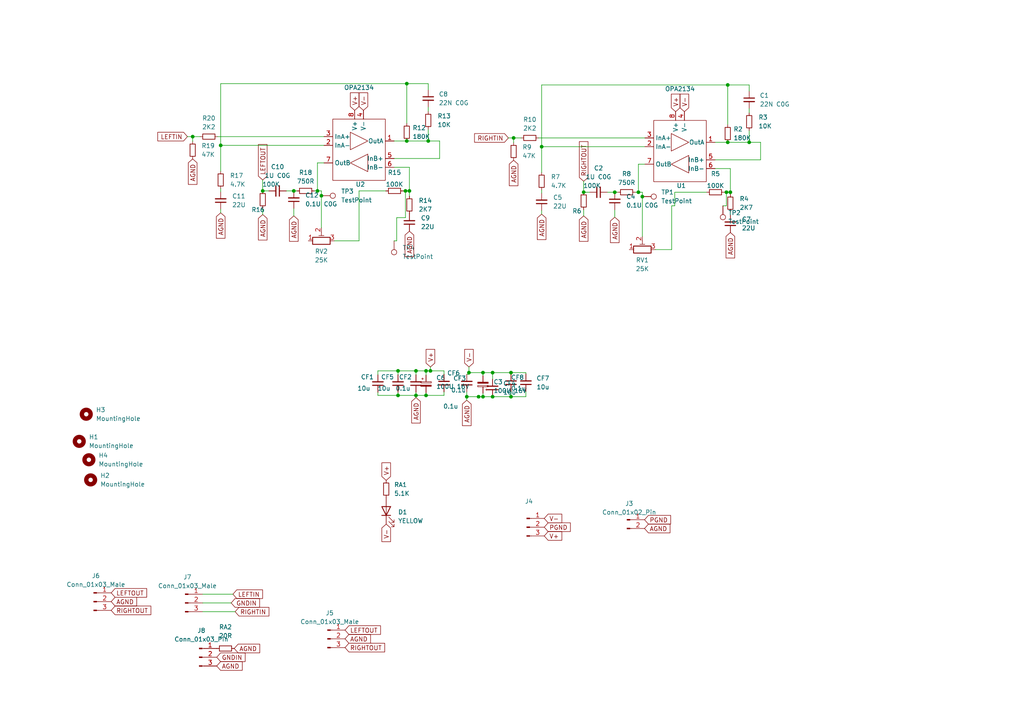
<source format=kicad_sch>
(kicad_sch (version 20230121) (generator eeschema)
  (paper "A4")
  (lib_symbols
    (symbol "Amplifier_Audio:OPA2134"
      (property "Reference" "U" (at 0 -2.54 0))
      (property "Value" "OPA2134" (at 0 0 0))
      (symbol "OPA2134_0_1"
        (rectangle (start -7.62 16.51) (end 7.62 -1.27))
        (polyline (pts (xy -2.54 12.7) (xy -2.54 7.62) (xy 2.54 10.16) (xy -2.54 12.7)))
        (polyline (pts (xy 2.54 6.35) (xy 2.54 1.27) (xy -2.54 3.81) (xy 2.54 6.35)))
      )
      (symbol "OPA2134_1_1"
        (pin output line (at 10.16 10.16 180) (length 2.54) (name "OutA") (number "1"))
        (pin input line (at -10.16 8.89 0) (length 2.54) (name "InA-") (number "2"))
        (pin input line (at -10.16 11.43 0) (length 2.54) (name "InA+") (number "3"))
        (pin input line (at 1.27 19.05 270) (length 2.54) (name "V-") (number "4"))
        (pin input line (at 10.16 5.08 180) (length 2.54) (name "InB+") (number "5"))
        (pin input line (at 10.16 2.54 180) (length 2.54) (name "InB-") (number "6"))
        (pin output line (at -10.16 3.81 0) (length 2.54) (name "OutB") (number "7"))
        (pin input line (at -1.27 19.05 270) (length 2.54) (name "V+") (number "8"))
      )
    )
    (symbol "Connector:Conn_01x02_Pin" (pin_names (offset 1.016) hide)
      (property "Reference" "J" (at 0 2.54 0))
      (property "Value" "Conn_01x02_Pin" (at 0 -5.08 0))
      (symbol "Conn_01x02_Pin_1_1"
        (polyline (pts (xy 1.27 -2.54) (xy 0.8636 -2.54)) (stroke (width 0.1524)))
        (polyline (pts (xy 1.27 0) (xy 0.8636 0)) (stroke (width 0.1524)))
        (rectangle (start 0.8636 -2.413) (end 0 -2.667) (stroke (width 0.1524)) (fill (type outline)))
        (rectangle (start 0.8636 0.127) (end 0 -0.127) (stroke (width 0.1524)) (fill (type outline)))
        (pin passive line (at 5.08 0 180) (length 3.81) (name "Pin_1") (number "1"))
        (pin passive line (at 5.08 -2.54 180) (length 3.81) (name "Pin_2") (number "2"))
      )
    )
    (symbol "Connector:Conn_01x03_Male" (pin_names (offset 1.016) hide)
      (property "Reference" "J" (at 0 5.08 0))
      (property "Value" "Conn_01x03_Male" (at 0 -5.08 0))
      (symbol "Conn_01x03_Male_1_1"
        (polyline (pts (xy 1.27 -2.54) (xy 0.8636 -2.54)) (stroke (width 0.1524)))
        (polyline (pts (xy 1.27 0) (xy 0.8636 0)) (stroke (width 0.1524)))
        (polyline (pts (xy 1.27 2.54) (xy 0.8636 2.54)) (stroke (width 0.1524)))
        (rectangle (start 0.8636 -2.413) (end 0 -2.667) (stroke (width 0.1524)) (fill (type outline)))
        (rectangle (start 0.8636 0.127) (end 0 -0.127) (stroke (width 0.1524)) (fill (type outline)))
        (rectangle (start 0.8636 2.667) (end 0 2.413) (stroke (width 0.1524)) (fill (type outline)))
        (pin passive line (at 5.08 2.54 180) (length 3.81) (name "Pin_1") (number "1"))
        (pin passive line (at 5.08 0 180) (length 3.81) (name "Pin_2") (number "2"))
        (pin passive line (at 5.08 -2.54 180) (length 3.81) (name "Pin_3") (number "3"))
      )
    )
    (symbol "Connector:Conn_01x03_Pin" (pin_names (offset 1.016) hide)
      (property "Reference" "J" (at 0 5.08 0))
      (property "Value" "Conn_01x03_Pin" (at 0 -5.08 0))
      (symbol "Conn_01x03_Pin_1_1"
        (polyline (pts (xy 1.27 -2.54) (xy 0.8636 -2.54)) (stroke (width 0.1524)))
        (polyline (pts (xy 1.27 0) (xy 0.8636 0)) (stroke (width 0.1524)))
        (polyline (pts (xy 1.27 2.54) (xy 0.8636 2.54)) (stroke (width 0.1524)))
        (rectangle (start 0.8636 -2.413) (end 0 -2.667) (stroke (width 0.1524)) (fill (type outline)))
        (rectangle (start 0.8636 0.127) (end 0 -0.127) (stroke (width 0.1524)) (fill (type outline)))
        (rectangle (start 0.8636 2.667) (end 0 2.413) (stroke (width 0.1524)) (fill (type outline)))
        (pin passive line (at 5.08 2.54 180) (length 3.81) (name "Pin_1") (number "1"))
        (pin passive line (at 5.08 0 180) (length 3.81) (name "Pin_2") (number "2"))
        (pin passive line (at 5.08 -2.54 180) (length 3.81) (name "Pin_3") (number "3"))
      )
    )
    (symbol "Connector:TestPoint" (pin_numbers hide) (pin_names (offset 0.762) hide)
      (property "Reference" "TP" (at 0 6.858 0))
      (property "Value" "TestPoint" (at 0 5.08 0))
      (symbol "TestPoint_0_1"
        (circle (center 0 3.302) (radius 0.762))
      )
      (symbol "TestPoint_1_1"
        (pin passive line (at 0 0 90) (length 2.54) (name "1") (number "1"))
      )
    )
    (symbol "Device:C_Polarized_Small" (pin_numbers hide) (pin_names (offset 0.254) hide)
      (property "Reference" "C" (at 0.254 1.778 0))
      (property "Value" "C_Polarized_Small" (at 0.254 -2.032 0))
      (symbol "C_Polarized_Small_0_1"
        (rectangle (start -1.524 -0.3048) (end 1.524 -0.6858) (fill (type outline)))
        (rectangle (start -1.524 0.6858) (end 1.524 0.3048))
        (polyline (pts (xy -1.27 1.524) (xy -0.762 1.524)))
        (polyline (pts (xy -1.016 1.27) (xy -1.016 1.778)))
      )
      (symbol "C_Polarized_Small_1_1"
        (pin passive line (at 0 2.54 270) (length 1.8542) (name "~") (number "1"))
        (pin passive line (at 0 -2.54 90) (length 1.8542) (name "~") (number "2"))
      )
    )
    (symbol "Device:C_Small" (pin_numbers hide) (pin_names (offset 0.254) hide)
      (property "Reference" "C" (at 0.254 1.778 0))
      (property "Value" "C_Small" (at 0.254 -2.032 0))
      (symbol "C_Small_0_1"
        (polyline (pts (xy -1.524 -0.508) (xy 1.524 -0.508)) (stroke (width 0.3302)))
        (polyline (pts (xy -1.524 0.508) (xy 1.524 0.508)) (stroke (width 0.3048)))
      )
      (symbol "C_Small_1_1"
        (pin passive line (at 0 2.54 270) (length 2.032) (name "~") (number "1"))
        (pin passive line (at 0 -2.54 90) (length 2.032) (name "~") (number "2"))
      )
    )
    (symbol "Device:LED" (pin_numbers hide) (pin_names (offset 1.016) hide)
      (property "Reference" "D" (at 0 2.54 0))
      (property "Value" "LED" (at 0 -2.54 0))
      (symbol "LED_0_1"
        (polyline (pts (xy -1.27 -1.27) (xy -1.27 1.27)) (stroke (width 0.254)))
        (polyline (pts (xy -1.27 0) (xy 1.27 0)))
        (polyline (pts (xy 1.27 -1.27) (xy 1.27 1.27) (xy -1.27 0) (xy 1.27 -1.27)) (stroke (width 0.254)))
        (polyline (pts (xy -3.048 -0.762) (xy -4.572 -2.286) (xy -3.81 -2.286) (xy -4.572 -2.286) (xy -4.572 -1.524)))
        (polyline (pts (xy -1.778 -0.762) (xy -3.302 -2.286) (xy -2.54 -2.286) (xy -3.302 -2.286) (xy -3.302 -1.524)))
      )
      (symbol "LED_1_1"
        (pin passive line (at -3.81 0 0) (length 2.54) (name "K") (number "1"))
        (pin passive line (at 3.81 0 180) (length 2.54) (name "A") (number "2"))
      )
    )
    (symbol "Device:R_Potentiometer_Trim" (pin_names (offset 1.016) hide)
      (property "Reference" "RV" (at -4.445 0 90))
      (property "Value" "R_Potentiometer_Trim" (at -2.54 0 90))
      (symbol "R_Potentiometer_Trim_0_1"
        (polyline (pts (xy 1.524 0.762) (xy 1.524 -0.762)))
        (polyline (pts (xy 2.54 0) (xy 1.524 0)))
        (rectangle (start 1.016 2.54) (end -1.016 -2.54) (stroke (width 0.254)))
      )
      (symbol "R_Potentiometer_Trim_1_1"
        (pin passive line (at 0 3.81 270) (length 1.27) (name "1") (number "1"))
        (pin passive line (at 3.81 0 180) (length 1.27) (name "2") (number "2"))
        (pin passive line (at 0 -3.81 90) (length 1.27) (name "3") (number "3"))
      )
    )
    (symbol "Device:R_Small" (pin_numbers hide) (pin_names (offset 0.254) hide)
      (property "Reference" "R" (at 0.762 0.508 0))
      (property "Value" "R_Small" (at 0.762 -1.016 0))
      (symbol "R_Small_0_1"
        (rectangle (start -0.762 1.778) (end 0.762 -1.778) (stroke (width 0.2032)))
      )
      (symbol "R_Small_1_1"
        (pin passive line (at 0 2.54 270) (length 0.762) (name "~") (number "1"))
        (pin passive line (at 0 -2.54 90) (length 0.762) (name "~") (number "2"))
      )
    )
    (symbol "Mechanical:MountingHole" (pin_names (offset 1.016))
      (property "Reference" "H" (at 0 5.08 0))
      (property "Value" "MountingHole" (at 0 3.175 0))
      (symbol "MountingHole_0_1"
        (circle (center 0 0) (radius 1.27) (stroke (width 1.27)))
      )
    )
  )
  (junction (at 92.075 55.372))
  (junction (at 178.308 55.753))
  (junction (at 117.602 55.372))
  (junction (at 186.309 57.023))
  (junction (at 115.443 107.569))
  (junction (at 185.166 55.753))
  (junction (at 211.074 24.638))
  (junction (at 123.571 114.681))
  (junction (at 123.571 107.569))
  (junction (at 148.209 108.077))
  (junction (at 157.099 42.545))
  (junction (at 124.206 40.894))
  (junction (at 142.875 115.062))
  (junction (at 118.745 55.372))
  (junction (at 210.693 55.753))
  (junction (at 211.074 41.275))
  (junction (at 135.382 115.062))
  (junction (at 136.017 108.077))
  (junction (at 64.008 42.164))
  (junction (at 117.983 24.257))
  (junction (at 76.2 55.372))
  (junction (at 140.081 115.062))
  (junction (at 211.836 55.753))
  (junction (at 93.218 56.769))
  (junction (at 124.841 107.569))
  (junction (at 120.65 107.569))
  (junction (at 55.88 39.624))
  (junction (at 148.971 40.005))
  (junction (at 115.443 114.681))
  (junction (at 117.983 40.894))
  (junction (at 142.875 108.077))
  (junction (at 120.65 114.681))
  (junction (at 169.291 55.753))
  (junction (at 85.217 55.372))
  (junction (at 140.081 108.077))
  (junction (at 217.297 41.275))
  (junction (at 138.811 115.062))
  (junction (at 148.209 115.062))
  (wire (pts (xy 195.707 55.753) (xy 195.707 59.69)))
  (wire (pts (xy 124.206 32.385) (xy 124.206 31.115)))
  (wire (pts (xy 67.056 174.879) (xy 58.801 174.879)))
  (wire (pts (xy 117.602 55.372) (xy 118.745 55.372)))
  (wire (pts (xy 118.745 48.514) (xy 118.745 55.372)))
  (wire (pts (xy 92.075 47.244) (xy 93.98 47.244)))
  (wire (pts (xy 157.099 56.007) (xy 157.099 55.118)))
  (wire (pts (xy 178.308 62.992) (xy 178.308 60.833)))
  (wire (pts (xy 117.983 24.257) (xy 117.983 35.814)))
  (wire (pts (xy 118.745 55.372) (xy 118.745 56.896)))
  (wire (pts (xy 111.887 55.372) (xy 104.14 55.372)))
  (wire (pts (xy 152.527 108.077) (xy 148.209 108.077)))
  (wire (pts (xy 185.166 55.753) (xy 185.166 47.625)))
  (wire (pts (xy 186.309 55.753) (xy 185.166 55.753)))
  (wire (pts (xy 204.978 55.753) (xy 195.707 55.753)))
  (wire (pts (xy 115.062 69.85) (xy 114.3 69.85)))
  (wire (pts (xy 115.443 114.681) (xy 120.65 114.681)))
  (wire (pts (xy 136.017 108.077) (xy 140.081 108.077)))
  (wire (pts (xy 76.2 62.23) (xy 76.2 60.452)))
  (wire (pts (xy 211.074 24.638) (xy 211.074 36.195)))
  (wire (pts (xy 114.3 45.974) (xy 127.508 45.974)))
  (wire (pts (xy 123.571 108.839) (xy 123.571 107.569)))
  (wire (pts (xy 123.571 113.919) (xy 123.571 114.681)))
  (wire (pts (xy 115.443 108.712) (xy 115.443 107.569)))
  (wire (pts (xy 185.166 47.625) (xy 187.071 47.625)))
  (wire (pts (xy 184.277 55.753) (xy 185.166 55.753)))
  (wire (pts (xy 123.571 114.681) (xy 128.778 114.681)))
  (wire (pts (xy 128.778 108.585) (xy 128.778 107.569)))
  (wire (pts (xy 140.081 114.046) (xy 140.081 115.062)))
  (wire (pts (xy 58.801 172.339) (xy 67.564 172.339)))
  (wire (pts (xy 148.971 41.402) (xy 148.971 40.005)))
  (wire (pts (xy 186.309 57.023) (xy 186.309 55.753)))
  (wire (pts (xy 217.297 24.638) (xy 211.074 24.638)))
  (wire (pts (xy 169.291 62.611) (xy 169.291 60.833)))
  (wire (pts (xy 93.218 55.372) (xy 92.075 55.372)))
  (wire (pts (xy 114.3 48.514) (xy 118.745 48.514)))
  (wire (pts (xy 148.971 40.005) (xy 151.13 40.005)))
  (wire (pts (xy 127.508 40.894) (xy 127.508 45.974)))
  (wire (pts (xy 211.836 62.357) (xy 211.836 61.468)))
  (wire (pts (xy 152.527 115.062) (xy 148.209 115.062)))
  (wire (pts (xy 157.099 24.638) (xy 211.074 24.638)))
  (wire (pts (xy 117.602 55.372) (xy 117.602 63.119)))
  (wire (pts (xy 148.209 108.077) (xy 142.875 108.077)))
  (wire (pts (xy 109.601 107.569) (xy 115.443 107.569)))
  (wire (pts (xy 140.081 115.062) (xy 142.875 115.062)))
  (wire (pts (xy 83.058 55.372) (xy 85.217 55.372)))
  (wire (pts (xy 64.008 61.722) (xy 64.008 60.706)))
  (wire (pts (xy 124.841 107.569) (xy 123.571 107.569)))
  (wire (pts (xy 120.65 107.569) (xy 120.65 108.712)))
  (wire (pts (xy 109.601 114.681) (xy 115.443 114.681)))
  (wire (pts (xy 64.008 24.257) (xy 117.983 24.257)))
  (wire (pts (xy 207.391 46.355) (xy 220.599 46.355)))
  (wire (pts (xy 217.297 41.275) (xy 220.599 41.275)))
  (wire (pts (xy 63.119 39.624) (xy 93.98 39.624)))
  (wire (pts (xy 64.008 42.164) (xy 93.98 42.164)))
  (wire (pts (xy 157.099 42.545) (xy 187.071 42.545)))
  (wire (pts (xy 136.017 106.426) (xy 136.017 108.077)))
  (wire (pts (xy 138.684 114.935) (xy 138.811 115.062)))
  (wire (pts (xy 76.2 52.197) (xy 76.2 55.372)))
  (wire (pts (xy 91.186 55.372) (xy 92.075 55.372)))
  (wire (pts (xy 124.206 24.257) (xy 117.983 24.257)))
  (wire (pts (xy 124.206 37.465) (xy 124.206 40.894)))
  (wire (pts (xy 211.836 55.753) (xy 211.836 56.388)))
  (wire (pts (xy 178.308 55.753) (xy 179.197 55.753)))
  (wire (pts (xy 109.601 113.792) (xy 109.601 114.681)))
  (wire (pts (xy 109.601 108.712) (xy 109.601 107.569)))
  (wire (pts (xy 157.099 42.545) (xy 157.099 50.038)))
  (wire (pts (xy 117.983 40.894) (xy 124.206 40.894)))
  (wire (pts (xy 211.074 41.275) (xy 217.297 41.275)))
  (wire (pts (xy 136.017 108.585) (xy 135.382 108.585)))
  (wire (pts (xy 128.778 107.569) (xy 124.841 107.569)))
  (wire (pts (xy 85.217 62.611) (xy 85.217 60.452)))
  (wire (pts (xy 124.206 26.035) (xy 124.206 24.257)))
  (wire (pts (xy 156.21 40.005) (xy 187.071 40.005)))
  (wire (pts (xy 140.081 108.966) (xy 140.081 108.077)))
  (wire (pts (xy 115.062 63.119) (xy 115.062 69.85)))
  (wire (pts (xy 194.818 59.69) (xy 194.818 72.39)))
  (wire (pts (xy 93.218 56.769) (xy 93.218 66.04)))
  (wire (pts (xy 186.309 57.023) (xy 186.309 68.58)))
  (wire (pts (xy 124.206 40.894) (xy 127.508 40.894)))
  (wire (pts (xy 92.075 55.372) (xy 92.075 47.244)))
  (wire (pts (xy 157.099 62.103) (xy 157.099 61.087)))
  (wire (pts (xy 135.382 113.665) (xy 135.382 115.062)))
  (wire (pts (xy 140.081 108.077) (xy 142.875 108.077)))
  (wire (pts (xy 148.209 108.458) (xy 148.209 108.077)))
  (wire (pts (xy 104.14 69.85) (xy 97.028 69.85)))
  (wire (pts (xy 210.693 55.753) (xy 211.836 55.753)))
  (wire (pts (xy 64.008 42.164) (xy 64.008 49.657)))
  (wire (pts (xy 120.65 114.681) (xy 123.571 114.681)))
  (wire (pts (xy 194.818 72.39) (xy 190.119 72.39)))
  (wire (pts (xy 147.447 40.005) (xy 148.971 40.005)))
  (wire (pts (xy 220.599 41.275) (xy 220.599 46.355)))
  (wire (pts (xy 55.88 41.021) (xy 55.88 39.624)))
  (wire (pts (xy 104.14 55.372) (xy 104.14 69.85)))
  (wire (pts (xy 210.693 55.753) (xy 210.693 59.69)))
  (wire (pts (xy 169.291 55.753) (xy 171.069 55.753)))
  (wire (pts (xy 217.297 26.416) (xy 217.297 24.638)))
  (wire (pts (xy 55.88 39.624) (xy 58.039 39.624)))
  (wire (pts (xy 117.602 63.119) (xy 115.062 63.119)))
  (wire (pts (xy 115.443 113.792) (xy 115.443 114.681)))
  (wire (pts (xy 114.3 40.894) (xy 117.983 40.894)))
  (wire (pts (xy 124.841 106.426) (xy 124.841 107.569)))
  (wire (pts (xy 217.297 37.846) (xy 217.297 41.275)))
  (wire (pts (xy 54.356 39.624) (xy 55.88 39.624)))
  (wire (pts (xy 152.527 108.458) (xy 152.527 108.077)))
  (wire (pts (xy 116.967 55.372) (xy 117.602 55.372)))
  (wire (pts (xy 120.65 114.681) (xy 120.65 115.316)))
  (wire (pts (xy 64.008 42.164) (xy 64.008 24.257)))
  (wire (pts (xy 148.209 113.538) (xy 148.209 115.062)))
  (wire (pts (xy 169.291 52.578) (xy 169.291 55.753)))
  (wire (pts (xy 93.218 56.769) (xy 93.218 55.372)))
  (wire (pts (xy 58.801 177.419) (xy 68.199 177.419)))
  (wire (pts (xy 152.527 113.538) (xy 152.527 115.062)))
  (wire (pts (xy 64.008 55.626) (xy 64.008 54.737)))
  (wire (pts (xy 210.693 59.69) (xy 209.677 59.69)))
  (wire (pts (xy 136.017 108.077) (xy 136.017 108.585)))
  (wire (pts (xy 210.058 55.753) (xy 210.693 55.753)))
  (wire (pts (xy 157.099 42.545) (xy 157.099 24.638)))
  (wire (pts (xy 128.778 113.665) (xy 128.778 114.681)))
  (wire (pts (xy 207.391 48.895) (xy 211.836 48.895)))
  (wire (pts (xy 142.875 109.982) (xy 142.875 108.077)))
  (wire (pts (xy 138.811 115.062) (xy 140.081 115.062)))
  (wire (pts (xy 148.209 115.062) (xy 142.875 115.062)))
  (wire (pts (xy 123.571 107.569) (xy 120.65 107.569)))
  (wire (pts (xy 217.297 32.766) (xy 217.297 31.496)))
  (wire (pts (xy 194.818 59.69) (xy 195.707 59.69)))
  (wire (pts (xy 176.149 55.753) (xy 178.308 55.753)))
  (wire (pts (xy 120.65 113.792) (xy 120.65 114.681)))
  (wire (pts (xy 135.382 115.062) (xy 138.811 115.062)))
  (wire (pts (xy 211.836 48.895) (xy 211.836 55.753)))
  (wire (pts (xy 76.2 55.372) (xy 77.978 55.372)))
  (wire (pts (xy 115.443 107.569) (xy 120.65 107.569)))
  (wire (pts (xy 135.382 115.062) (xy 135.382 116.078)))
  (wire (pts (xy 85.217 55.372) (xy 86.106 55.372)))
  (wire (pts (xy 207.391 41.275) (xy 211.074 41.275)))
  (global_label "AGND" (shape input) (at 118.745 67.056 270) (property "Intersheetrefs" "${INTERSHEET_REFS}" (effects hide)))
  (global_label "LEFTIN" (shape input) (at 54.356 39.624 180) (property "Intersheetrefs" "${INTERSHEET_REFS}" (effects hide)))
  (global_label "AGND" (shape input) (at 55.88 46.101 270) (property "Intersheetrefs" "${INTERSHEET_REFS}" (effects hide)))
  (global_label "PGND" (shape input) (at 157.861 152.908 0) (property "Intersheetrefs" "${INTERSHEET_REFS}" (effects hide)))
  (global_label "AGND" (shape input) (at 67.945 188.087 0) (property "Intersheetrefs" "${INTERSHEET_REFS}" (effects hide)))
  (global_label "V-" (shape input) (at 105.41 32.004 90) (property "Intersheetrefs" "${INTERSHEET_REFS}" (effects hide)))
  (global_label "AGND" (shape input) (at 169.291 62.611 270) (property "Intersheetrefs" "${INTERSHEET_REFS}" (effects hide)))
  (global_label "AGND" (shape input) (at 178.308 62.992 270) (property "Intersheetrefs" "${INTERSHEET_REFS}" (effects hide)))
  (global_label "AGND" (shape input) (at 76.2 62.23 270) (property "Intersheetrefs" "${INTERSHEET_REFS}" (effects hide)))
  (global_label "AGND" (shape input) (at 85.217 62.611 270) (property "Intersheetrefs" "${INTERSHEET_REFS}" (effects hide)))
  (global_label "AGND" (shape input) (at 120.65 115.316 270) (property "Intersheetrefs" "${INTERSHEET_REFS}" (effects hide)))
  (global_label "LEFTOUT" (shape input) (at 76.2 52.197 90) (property "Intersheetrefs" "${INTERSHEET_REFS}" (effects hide)))
  (global_label "V-" (shape input) (at 112.014 152.019 270) (property "Intersheetrefs" "${INTERSHEET_REFS}" (effects hide)))
  (global_label "V-" (shape input) (at 157.861 150.368 0) (property "Intersheetrefs" "${INTERSHEET_REFS}" (effects hide)))
  (global_label "GNDIN" (shape input) (at 67.056 174.879 0) (property "Intersheetrefs" "${INTERSHEET_REFS}" (effects hide)))
  (global_label "AGND" (shape input) (at 64.008 61.722 270) (property "Intersheetrefs" "${INTERSHEET_REFS}" (effects hide)))
  (global_label "V-" (shape input) (at 136.017 106.426 90) (property "Intersheetrefs" "${INTERSHEET_REFS}" (effects hide)))
  (global_label "AGND" (shape input) (at 186.944 153.289 0) (property "Intersheetrefs" "${INTERSHEET_REFS}" (effects hide)))
  (global_label "AGND" (shape input) (at 157.099 62.103 270) (property "Intersheetrefs" "${INTERSHEET_REFS}" (effects hide)))
  (global_label "RIGHTOUT" (shape input) (at 100.076 187.833 0) (property "Intersheetrefs" "${INTERSHEET_REFS}" (effects hide)))
  (global_label "V+" (shape input) (at 157.861 155.448 0) (property "Intersheetrefs" "${INTERSHEET_REFS}" (effects hide)))
  (global_label "RIGHTIN" (shape input) (at 147.447 40.005 180) (property "Intersheetrefs" "${INTERSHEET_REFS}" (effects hide)))
  (global_label "PGND" (shape input) (at 186.944 150.749 0) (property "Intersheetrefs" "${INTERSHEET_REFS}" (effects hide)))
  (global_label "RIGHTIN" (shape input) (at 68.199 177.419 0) (property "Intersheetrefs" "${INTERSHEET_REFS}" (effects hide)))
  (global_label "V-" (shape input) (at 198.501 32.385 90) (property "Intersheetrefs" "${INTERSHEET_REFS}" (effects hide)))
  (global_label "V+" (shape input) (at 195.961 32.385 90) (property "Intersheetrefs" "${INTERSHEET_REFS}" (effects hide)))
  (global_label "V+" (shape input) (at 112.014 139.319 90) (property "Intersheetrefs" "${INTERSHEET_REFS}" (effects hide)))
  (global_label "AGND" (shape input) (at 32.258 174.498 0) (property "Intersheetrefs" "${INTERSHEET_REFS}" (effects hide)))
  (global_label "AGND" (shape input) (at 62.865 193.167 0) (property "Intersheetrefs" "${INTERSHEET_REFS}" (effects hide)))
  (global_label "AGND" (shape input) (at 135.382 116.078 270) (property "Intersheetrefs" "${INTERSHEET_REFS}" (effects hide)))
  (global_label "AGND" (shape input) (at 100.076 185.293 0) (property "Intersheetrefs" "${INTERSHEET_REFS}" (effects hide)))
  (global_label "GNDIN" (shape input) (at 62.865 190.627 0) (property "Intersheetrefs" "${INTERSHEET_REFS}" (effects hide)))
  (global_label "LEFTOUT" (shape input) (at 32.258 171.958 0) (property "Intersheetrefs" "${INTERSHEET_REFS}" (effects hide)))
  (global_label "RIGHTOUT" (shape input) (at 32.258 177.038 0) (property "Intersheetrefs" "${INTERSHEET_REFS}" (effects hide)))
  (global_label "LEFTOUT" (shape input) (at 100.076 182.753 0) (property "Intersheetrefs" "${INTERSHEET_REFS}" (effects hide)))
  (global_label "LEFTIN" (shape input) (at 67.564 172.339 0) (property "Intersheetrefs" "${INTERSHEET_REFS}" (effects hide)))
  (global_label "V+" (shape input) (at 124.841 106.426 90) (property "Intersheetrefs" "${INTERSHEET_REFS}" (effects hide)))
  (global_label "AGND" (shape input) (at 148.971 46.482 270) (property "Intersheetrefs" "${INTERSHEET_REFS}" (effects hide)))
  (global_label "V+" (shape input) (at 102.87 32.004 90) (property "Intersheetrefs" "${INTERSHEET_REFS}" (effects hide)))
  (global_label "RIGHTOUT" (shape input) (at 169.291 52.578 90) (property "Intersheetrefs" "${INTERSHEET_REFS}" (effects hide)))
  (global_label "AGND" (shape input) (at 211.836 67.437 270) (property "Intersheetrefs" "${INTERSHEET_REFS}" (effects hide)))
  (symbol (lib_id "Device:R_Small") (at 211.836 58.928 180) (unit 1)
    (property "Reference" "R4" (at 214.503 57.6579 0) (effects (justify right)))
    (property "Value" "2K7" (at 214.503 60.1979 0) (effects (justify right)))
    (property "Footprint" "Resistor_SMD:R_0805_2012Metric_Pad1.20x1.40mm_HandSolder" (effects hide))
  )
  (symbol (lib_id "Device:C_Polarized_Small") (at 123.571 111.379 0) (unit 1)
    (property "Reference" "C6" (at 126.492 109.5628 0) (effects (justify left)))
    (property "Value" "100U 16V" (at 126.492 112.1028 0) (effects (justify left)))
    (property "Footprint" "Capacitor_THT:CP_Radial_D6.3mm_P2.50mm" (effects hide))
  )
  (symbol (lib_id "Device:R_Small") (at 148.971 43.942 180) (unit 1)
    (property "Reference" "R9" (at 151.511 42.6719 0) (effects (justify right)))
    (property "Value" "47K" (at 151.511 45.2119 0) (effects (justify right)))
    (property "Footprint" "Resistor_SMD:R_0805_2012Metric_Pad1.20x1.40mm_HandSolder" (effects hide))
  )
  (symbol (lib_id "Connector:Conn_01x03_Male") (at 53.721 174.879 0) (unit 1)
    (property "Reference" "J7" (at 54.356 167.386 0))
    (property "Value" "Conn_01x03_Male" (at 54.356 169.926 0))
    (property "Footprint" "Connector_JST:JST_PH_B3B-PH-K_1x03_P2.00mm_Vertical" (effects hide))
  )
  (symbol (lib_id "Mechanical:MountingHole") (at 22.987 128.016 0) (unit 1)
    (property "Reference" "H1" (at 25.781 126.7459 0) (effects (justify left)))
    (property "Value" "MountingHole" (at 25.781 129.2859 0) (effects (justify left)))
    (property "Footprint" "MountingHole:MountingHole_3.2mm_M3" (effects hide))
  )
  (symbol (lib_id "Device:R_Small") (at 60.579 39.624 90) (unit 1)
    (property "Reference" "R20" (at 60.579 34.29 90))
    (property "Value" "2K2" (at 60.579 36.83 90))
    (property "Footprint" "Resistor_SMD:R_0805_2012Metric_Pad1.20x1.40mm_HandSolder" (effects hide))
  )
  (symbol (lib_id "Device:C_Polarized_Small") (at 140.081 111.506 180) (unit 1)
    (property "Reference" "C3" (at 143.129 110.782 0) (effects (justify right)))
    (property "Value" "100U 16V" (at 143.129 113.322 0) (effects (justify right)))
    (property "Footprint" "Capacitor_THT:CP_Radial_D6.3mm_P2.50mm" (effects hide))
  )
  (symbol (lib_id "Connector:TestPoint") (at 93.218 56.769 270) (unit 1)
    (property "Reference" "TP3" (at 98.933 55.4989 90) (effects (justify left)))
    (property "Value" "TestPoint" (at 98.933 58.0389 90) (effects (justify left)))
    (property "Footprint" "TestPoint:TestPoint_THTPad_1.5x1.5mm_Drill0.7mm" (effects hide))
  )
  (symbol (lib_id "Device:R_Small") (at 55.88 43.561 180) (unit 1)
    (property "Reference" "R19" (at 58.42 42.2909 0) (effects (justify right)))
    (property "Value" "47K" (at 58.42 44.8309 0) (effects (justify right)))
    (property "Footprint" "Resistor_SMD:R_0805_2012Metric_Pad1.20x1.40mm_HandSolder" (effects hide))
  )
  (symbol (lib_id "Device:C_Small") (at 217.297 28.956 0) (unit 1)
    (property "Reference" "C1" (at 220.345 27.6922 0) (effects (justify left)))
    (property "Value" "22N C0G" (at 220.345 30.2322 0) (effects (justify left)))
    (property "Footprint" "Capacitor_SMD:C_0805_2012Metric_Pad1.18x1.45mm_HandSolder" (effects hide))
  )
  (symbol (lib_id "Device:R_Small") (at 64.008 52.197 180) (unit 1)
    (property "Reference" "R17" (at 66.675 50.9269 0) (effects (justify right)))
    (property "Value" "4.7K" (at 66.675 53.4669 0) (effects (justify right)))
    (property "Footprint" "Resistor_SMD:R_0805_2012Metric_Pad1.20x1.40mm_HandSolder" (effects hide))
  )
  (symbol (lib_id "Device:R_Small") (at 124.206 34.925 180) (unit 1)
    (property "Reference" "R13" (at 126.873 33.6549 0) (effects (justify right)))
    (property "Value" "10K" (at 126.873 36.1949 0) (effects (justify right)))
    (property "Footprint" "Resistor_SMD:R_0805_2012Metric_Pad1.20x1.40mm_HandSolder" (effects hide))
  )
  (symbol (lib_id "Device:R_Small") (at 211.074 38.735 0) (unit 1)
    (property "Reference" "R2" (at 212.725 37.4649 0) (effects (justify left)))
    (property "Value" "180K" (at 212.725 40.0049 0) (effects (justify left)))
    (property "Footprint" "Resistor_SMD:R_0805_2012Metric_Pad1.20x1.40mm_HandSolder" (effects hide))
  )
  (symbol (lib_id "Device:R_Small") (at 114.427 55.372 90) (unit 1)
    (property "Reference" "R15" (at 114.427 50.038 90))
    (property "Value" "100K" (at 114.427 53.467 90))
    (property "Footprint" "Resistor_SMD:R_0805_2012Metric_Pad1.20x1.40mm_HandSolder" (effects hide))
  )
  (symbol (lib_id "Device:C_Small") (at 80.518 55.372 270) (unit 1)
    (property "Reference" "C10" (at 80.5116 48.387 90))
    (property "Value" "1U C0G" (at 80.5116 50.927 90))
    (property "Footprint" "Capacitor_THT:CP_Radial_D5.0mm_P2.00mm" (effects hide))
  )
  (symbol (lib_id "Mechanical:MountingHole") (at 26.289 139.192 0) (unit 1)
    (property "Reference" "H2" (at 29.083 137.9219 0) (effects (justify left)))
    (property "Value" "MountingHole" (at 29.083 140.4619 0) (effects (justify left)))
    (property "Footprint" "MountingHole:MountingHole_3.2mm_M3" (effects hide))
  )
  (symbol (lib_id "Device:R_Small") (at 112.014 141.859 180) (unit 1)
    (property "Reference" "RA1" (at 114.3 140.5889 0) (effects (justify right)))
    (property "Value" "5.1K" (at 114.3 143.1289 0) (effects (justify right)))
    (property "Footprint" "Resistor_SMD:R_0603_1608Metric" (effects hide))
  )
  (symbol (lib_id "Device:C_Small") (at 178.308 58.293 180) (unit 1)
    (property "Reference" "C4" (at 181.61 57.0165 0) (effects (justify right)))
    (property "Value" "0.1U C0G" (at 181.61 59.5565 0) (effects (justify right)))
    (property "Footprint" "Capacitor_SMD:C_1206_3216Metric_Pad1.33x1.80mm_HandSolder" (effects hide))
  )
  (symbol (lib_id "Device:R_Small") (at 153.67 40.005 90) (unit 1)
    (property "Reference" "R10" (at 153.67 34.671 90))
    (property "Value" "2K2" (at 153.67 37.211 90))
    (property "Footprint" "Resistor_SMD:R_0805_2012Metric_Pad1.20x1.40mm_HandSolder" (effects hide))
  )
  (symbol (lib_id "Device:LED") (at 112.014 148.209 90) (unit 1)
    (property "Reference" "D1" (at 115.443 148.5264 90) (effects (justify right)))
    (property "Value" "YELLOW" (at 115.443 151.0664 90) (effects (justify right)))
    (property "Footprint" "LED_SMD:LED_0805_2012Metric_Pad1.15x1.40mm_HandSolder" (effects hide))
  )
  (symbol (lib_id "Device:C_Small") (at 173.609 55.753 270) (unit 1)
    (property "Reference" "C2" (at 173.6026 48.768 90))
    (property "Value" "1U C0G" (at 173.6026 51.308 90))
    (property "Footprint" "Capacitor_THT:CP_Radial_D5.0mm_P2.00mm" (effects hide))
  )
  (symbol (lib_id "Device:R_Potentiometer_Trim") (at 93.218 69.85 90) (unit 1)
    (property "Reference" "RV2" (at 93.218 72.898 90))
    (property "Value" "25K" (at 93.218 75.438 90))
    (property "Footprint" "Potentiometer_THT:Potentiometer_Bourns_3296W_Vertical" (effects hide))
  )
  (symbol (lib_id "Device:R_Potentiometer_Trim") (at 186.309 72.39 90) (unit 1)
    (property "Reference" "RV1" (at 186.309 75.438 90))
    (property "Value" "25K" (at 186.309 77.978 90))
    (property "Footprint" "Potentiometer_THT:Potentiometer_Bourns_3296W_Vertical" (effects hide))
  )
  (symbol (lib_id "Device:C_Small") (at 109.601 111.252 180) (unit 1)
    (property "Reference" "CF1" (at 104.648 109.347 0) (effects (justify right)))
    (property "Value" "10u" (at 103.632 112.649 0) (effects (justify right)))
    (property "Footprint" "Capacitor_SMD:C_1206_3216Metric_Pad1.33x1.80mm_HandSolder" (effects hide))
  )
  (symbol (lib_id "Connector:Conn_01x02_Pin") (at 181.864 150.749 0) (unit 1)
    (property "Reference" "J3" (at 182.499 146.05 0))
    (property "Value" "Conn_01x02_Pin" (at 182.499 148.59 0))
    (property "Footprint" "Connector_PinHeader_2.54mm:PinHeader_1x02_P2.54mm_Vertical" (effects hide))
  )
  (symbol (lib_id "Device:R_Small") (at 118.745 59.436 180) (unit 1)
    (property "Reference" "R14" (at 121.412 58.1659 0) (effects (justify right)))
    (property "Value" "2K7" (at 121.412 60.7059 0) (effects (justify right)))
    (property "Footprint" "Resistor_SMD:R_0805_2012Metric_Pad1.20x1.40mm_HandSolder" (effects hide))
  )
  (symbol (lib_id "Mechanical:MountingHole") (at 25.781 133.35 0) (unit 1)
    (property "Reference" "H4" (at 28.575 132.0799 0) (effects (justify left)))
    (property "Value" "MountingHole" (at 28.575 134.6199 0) (effects (justify left)))
    (property "Footprint" "MountingHole:MountingHole_3.2mm_M3" (effects hide))
  )
  (symbol (lib_id "Device:C_Small") (at 211.836 64.897 180) (unit 1)
    (property "Reference" "C7" (at 215.138 63.6205 0) (effects (justify right)))
    (property "Value" "22U" (at 215.138 66.1605 0) (effects (justify right)))
    (property "Footprint" "Capacitor_THT:CP_Radial_D6.3mm_P2.50mm" (effects hide))
  )
  (symbol (lib_id "Mechanical:MountingHole") (at 25.019 120.142 0) (unit 1)
    (property "Reference" "H3" (at 27.813 118.8719 0) (effects (justify left)))
    (property "Value" "MountingHole" (at 27.813 121.4119 0) (effects (justify left)))
    (property "Footprint" "MountingHole:MountingHole_3.2mm_M3" (effects hide))
  )
  (symbol (lib_id "Device:R_Small") (at 169.291 58.293 180) (unit 1)
    (property "Reference" "R6" (at 165.989 61.214 0) (effects (justify right)))
    (property "Value" "100K" (at 169.164 53.848 0) (effects (justify right)))
    (property "Footprint" "Resistor_SMD:R_0805_2012Metric_Pad1.20x1.40mm_HandSolder" (effects hide))
  )
  (symbol (lib_id "Connector:Conn_01x03_Male") (at 27.178 174.498 0) (unit 1)
    (property "Reference" "J6" (at 27.813 167.005 0))
    (property "Value" "Conn_01x03_Male" (at 27.813 169.545 0))
    (property "Footprint" "Connector_JST:JST_PH_B3B-PH-K_1x03_P2.00mm_Vertical" (effects hide))
  )
  (symbol (lib_id "Amplifier_Audio:OPA2134") (at 197.231 51.435 0) (unit 1)
    (property "Reference" "U1" (at 197.612 53.848 0))
    (property "Value" "OPA2134" (at 197.231 25.781 0))
    (property "Footprint" "Package_DIP:DIP-8_W7.62mm_Socket" (effects hide))
  )
  (symbol (lib_id "Device:R_Small") (at 88.646 55.372 90) (unit 1)
    (property "Reference" "R18" (at 88.646 50.038 90))
    (property "Value" "750R" (at 88.646 52.578 90))
    (property "Footprint" "Resistor_SMD:R_0805_2012Metric_Pad1.20x1.40mm_HandSolder" (effects hide))
  )
  (symbol (lib_id "Device:C_Small") (at 152.527 110.998 180) (unit 1)
    (property "Reference" "CF7" (at 155.575 109.7215 0) (effects (justify right)))
    (property "Value" "10u" (at 155.575 112.2615 0) (effects (justify right)))
    (property "Footprint" "Capacitor_SMD:C_1206_3216Metric_Pad1.33x1.80mm_HandSolder" (effects hide))
  )
  (symbol (lib_id "Device:R_Small") (at 157.099 52.578 180) (unit 1)
    (property "Reference" "R7" (at 159.766 51.3079 0) (effects (justify right)))
    (property "Value" "4.7K" (at 159.766 53.8479 0) (effects (justify right)))
    (property "Footprint" "Resistor_SMD:R_0805_2012Metric_Pad1.20x1.40mm_HandSolder" (effects hide))
  )
  (symbol (lib_id "Device:C_Small") (at 120.65 111.252 180) (unit 1)
    (property "Reference" "CF2" (at 115.697 109.347 0) (effects (justify right)))
    (property "Value" "0.1u" (at 114.681 112.649 0) (effects (justify right)))
    (property "Footprint" "Capacitor_SMD:C_0805_2012Metric_Pad1.18x1.45mm_HandSolder" (effects hide))
  )
  (symbol (lib_id "Device:C_Small") (at 148.209 110.998 180) (unit 1)
    (property "Reference" "CF8" (at 148.209 109.474 0) (effects (justify right)))
    (property "Value" "0.1u" (at 148.209 112.649 0) (effects (justify right)))
    (property "Footprint" "Capacitor_SMD:C_0805_2012Metric_Pad1.18x1.45mm_HandSolder" (effects hide))
  )
  (symbol (lib_id "Connector:TestPoint") (at 114.3 69.85 180) (unit 1)
    (property "Reference" "TP4" (at 116.713 71.8819 0) (effects (justify right)))
    (property "Value" "TestPoint" (at 116.713 74.4219 0) (effects (justify right)))
    (property "Footprint" "TestPoint:TestPoint_THTPad_1.5x1.5mm_Drill0.7mm" (effects hide))
  )
  (symbol (lib_id "Device:C_Small") (at 157.099 58.547 180) (unit 1)
    (property "Reference" "C5" (at 160.401 57.2705 0) (effects (justify right)))
    (property "Value" "22U" (at 160.401 59.8105 0) (effects (justify right)))
    (property "Footprint" "Capacitor_THT:CP_Radial_D6.3mm_P2.50mm" (effects hide))
  )
  (symbol (lib_id "Device:C_Small") (at 118.745 64.516 180) (unit 1)
    (property "Reference" "C9" (at 122.047 63.2395 0) (effects (justify right)))
    (property "Value" "22U" (at 122.047 65.7795 0) (effects (justify right)))
    (property "Footprint" "Capacitor_THT:CP_Radial_D6.3mm_P2.50mm" (effects hide))
  )
  (symbol (lib_id "Device:R_Small") (at 117.983 38.354 0) (unit 1)
    (property "Reference" "R12" (at 119.634 37.0839 0) (effects (justify left)))
    (property "Value" "180K" (at 119.634 39.6239 0) (effects (justify left)))
    (property "Footprint" "Resistor_SMD:R_0805_2012Metric_Pad1.20x1.40mm_HandSolder" (effects hide))
  )
  (symbol (lib_id "Device:C_Small") (at 128.778 111.125 180) (unit 1)
    (property "Reference" "CF6" (at 129.667 108.204 0) (effects (justify right)))
    (property "Value" "0.1u" (at 128.524 117.856 0) (effects (justify right)))
    (property "Footprint" "Capacitor_SMD:C_0805_2012Metric_Pad1.18x1.45mm_HandSolder" (effects hide))
  )
  (symbol (lib_id "Device:R_Small") (at 76.2 57.912 180) (unit 1)
    (property "Reference" "R16" (at 72.898 60.833 0) (effects (justify right)))
    (property "Value" "100K" (at 76.073 53.467 0) (effects (justify right)))
    (property "Footprint" "Resistor_SMD:R_0805_2012Metric_Pad1.20x1.40mm_HandSolder" (effects hide))
  )
  (symbol (lib_id "Connector:Conn_01x03_Male") (at 152.781 152.908 0) (unit 1)
    (property "Reference" "J4" (at 153.416 145.415 0))
    (property "Value" "Conn_01x03_Male" (effects hide))
    (property "Footprint" "Connector_JST:JST_PH_B3B-PH-K_1x03_P2.00mm_Vertical" (effects hide))
  )
  (symbol (lib_id "Device:C_Small") (at 115.443 111.252 180) (unit 1)
    (property "Reference" "CF5" (at 110.49 109.347 0) (effects (justify right)))
    (property "Value" "10u" (at 109.474 112.649 0) (effects (justify right)))
    (property "Footprint" "Capacitor_SMD:C_1206_3216Metric_Pad1.33x1.80mm_HandSolder" (effects hide))
  )
  (symbol (lib_id "Connector:Conn_01x03_Male") (at 94.996 185.293 0) (unit 1)
    (property "Reference" "J5" (at 95.631 177.8 0))
    (property "Value" "Conn_01x03_Male" (at 95.631 180.34 0))
    (property "Footprint" "Connector_PinHeader_2.54mm:PinHeader_1x03_P2.54mm_Vertical" (effects hide))
  )
  (symbol (lib_id "Device:R_Small") (at 65.405 188.087 270) (unit 1)
    (property "Reference" "RA2" (at 65.405 181.864 90))
    (property "Value" "20R" (at 65.405 184.404 90))
    (property "Footprint" "Resistor_SMD:R_0603_1608Metric" (effects hide))
  )
  (symbol (lib_id "Device:C_Small") (at 142.875 112.522 180) (unit 1)
    (property "Reference" "CF4" (at 145.923 111.2455 0) (effects (justify right)))
    (property "Value" "10u" (at 145.923 113.7855 0) (effects (justify right)))
    (property "Footprint" "Capacitor_SMD:C_1206_3216Metric_Pad1.33x1.80mm_HandSolder" (effects hide))
  )
  (symbol (lib_id "Device:C_Small") (at 124.206 28.575 0) (unit 1)
    (property "Reference" "C8" (at 127.254 27.3112 0) (effects (justify left)))
    (property "Value" "22N C0G" (at 127.254 29.8512 0) (effects (justify left)))
    (property "Footprint" "Capacitor_SMD:C_0805_2012Metric_Pad1.18x1.45mm_HandSolder" (effects hide))
  )
  (symbol (lib_id "Device:R_Small") (at 217.297 35.306 180) (unit 1)
    (property "Reference" "R3" (at 219.964 34.0359 0) (effects (justify right)))
    (property "Value" "10K" (at 219.964 36.5759 0) (effects (justify right)))
    (property "Footprint" "Resistor_SMD:R_0805_2012Metric_Pad1.20x1.40mm_HandSolder" (effects hide))
  )
  (symbol (lib_id "Device:C_Small") (at 85.217 57.912 180) (unit 1)
    (property "Reference" "C12" (at 88.519 56.6355 0) (effects (justify right)))
    (property "Value" "0.1U C0G" (at 88.519 59.1755 0) (effects (justify right)))
    (property "Footprint" "Capacitor_SMD:C_1206_3216Metric_Pad1.33x1.80mm_HandSolder" (effects hide))
  )
  (symbol (lib_id "Device:R_Small") (at 181.737 55.753 90) (unit 1)
    (property "Reference" "R8" (at 181.737 50.419 90))
    (property "Value" "750R" (at 181.737 52.959 90))
    (property "Footprint" "Resistor_SMD:R_0805_2012Metric_Pad1.20x1.40mm_HandSolder" (effects hide))
  )
  (symbol (lib_id "Device:C_Small") (at 64.008 58.166 180) (unit 1)
    (property "Reference" "C11" (at 67.31 56.8895 0) (effects (justify right)))
    (property "Value" "22U" (at 67.31 59.4295 0) (effects (justify right)))
    (property "Footprint" "Capacitor_THT:CP_Radial_D6.3mm_P2.50mm" (effects hide))
  )
  (symbol (lib_id "Device:R_Small") (at 207.518 55.753 90) (unit 1)
    (property "Reference" "R5" (at 207.518 50.419 90))
    (property "Value" "100K" (at 207.518 53.848 90))
    (property "Footprint" "Resistor_SMD:R_0805_2012Metric_Pad1.20x1.40mm_HandSolder" (effects hide))
  )
  (symbol (lib_id "Connector:TestPoint") (at 186.309 57.023 270) (unit 1)
    (property "Reference" "TP1" (at 191.77 55.7529 90) (effects (justify left)))
    (property "Value" "TestPoint" (at 191.77 58.2929 90) (effects (justify left)))
    (property "Footprint" "TestPoint:TestPoint_THTPad_1.5x1.5mm_Drill0.7mm" (effects hide))
  )
  (symbol (lib_id "Connector:Conn_01x03_Pin") (at 57.785 190.627 0) (unit 1)
    (property "Reference" "J8" (at 58.42 182.88 0))
    (property "Value" "Conn_01x03_Pin" (at 58.42 185.42 0))
    (property "Footprint" "Connector_PinHeader_2.54mm:PinHeader_1x03_P2.54mm_Vertical" (effects hide))
  )
  (symbol (lib_id "Device:C_Small") (at 135.382 111.125 180) (unit 1)
    (property "Reference" "CF3" (at 131.445 109.728 0) (effects (justify right)))
    (property "Value" "0.1u" (at 130.81 113.157 0) (effects (justify right)))
    (property "Footprint" "Capacitor_SMD:C_0805_2012Metric_Pad1.18x1.45mm_HandSolder" (effects hide))
  )
  (symbol (lib_id "Connector:TestPoint") (at 209.677 59.69 180) (unit 1)
    (property "Reference" "TP2" (at 211.201 61.7219 0) (effects (justify right)))
    (property "Value" "TestPoint" (at 211.201 64.2619 0) (effects (justify right)))
    (property "Footprint" "TestPoint:TestPoint_THTPad_1.5x1.5mm_Drill0.7mm" (effects hide))
  )
  (symbol (lib_id "Amplifier_Audio:OPA2134") (at 104.14 51.054 0) (unit 1)
    (property "Reference" "U2" (at 104.521 53.467 0))
    (property "Value" "OPA2134" (at 104.14 25.4 0))
    (property "Footprint" "Package_DIP:DIP-8_W7.62mm_Socket" (effects hide))
  )
)
</source>
